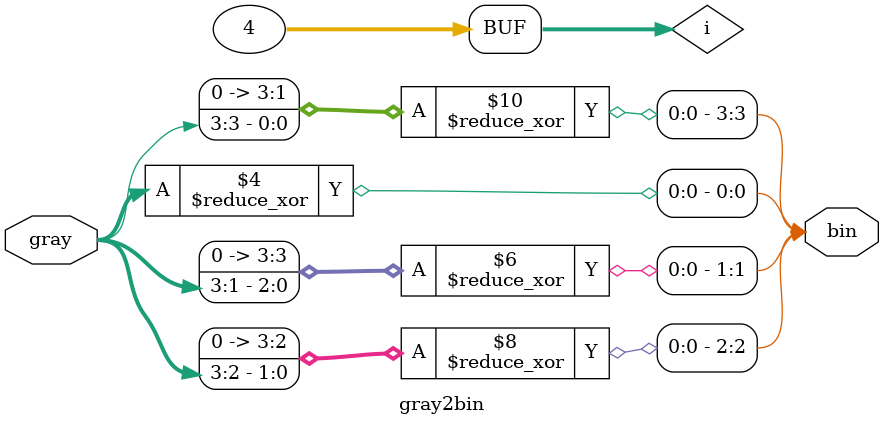
<source format=sv>
module gray2bin #(
    parameter int DW = 4
) (
    input  wire [DW-1:0] gray,
    output reg  [DW-1:0] bin
);

    integer i;

    always @(gray) begin
        for (i = 0; i < DW; i = i + 1) begin
            bin[i] = ^(gray >> i);
        end
    end

endmodule


</source>
